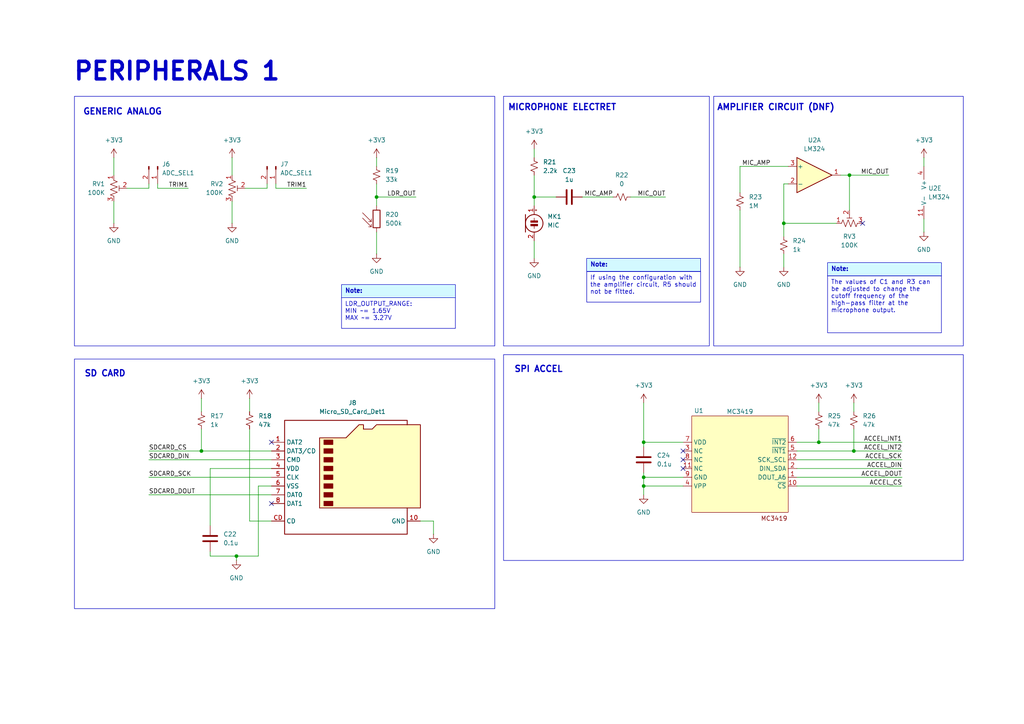
<source format=kicad_sch>
(kicad_sch (version 20250114) (generator "eeschema") (generator_version "9.0")
  (paper "A4")
  (title_block (title "EcoBoard") (company "EcoEnterprise"))
  (lib_symbols
    (symbol "Amplifier_Operational:LM324" (pin_names (offset 0.127))
      (property "Reference" "U" (at 0 5.08 0))
      (property "Value" "LM324" (at 0 -5.08 0))
      (symbol "LM324_1_1"
        (polyline (pts (xy -5.08 5.08) (xy 5.08 0) (xy -5.08 -5.08) (xy -5.08 5.08)) (stroke (width 0.254)) (fill (type background)))
        (pin input line (at -7.62 2.54 0) (length 2.54) (name "+") (number "3"))
        (pin input line (at -7.62 -2.54 0) (length 2.54) (name "-") (number "2"))
        (pin output line (at 7.62 0 180) (length 2.54) (name "~") (number "1"))
      )
      (symbol "LM324_2_1"
        (polyline (pts (xy -5.08 5.08) (xy 5.08 0) (xy -5.08 -5.08) (xy -5.08 5.08)) (stroke (width 0.254)) (fill (type background)))
        (pin input line (at -7.62 2.54 0) (length 2.54) (name "+") (number "5"))
        (pin input line (at -7.62 -2.54 0) (length 2.54) (name "-") (number "6"))
        (pin output line (at 7.62 0 180) (length 2.54) (name "~") (number "7"))
      )
      (symbol "LM324_3_1"
        (polyline (pts (xy -5.08 5.08) (xy 5.08 0) (xy -5.08 -5.08) (xy -5.08 5.08)) (stroke (width 0.254)) (fill (type background)))
        (pin input line (at -7.62 2.54 0) (length 2.54) (name "+") (number "10"))
        (pin input line (at -7.62 -2.54 0) (length 2.54) (name "-") (number "9"))
        (pin output line (at 7.62 0 180) (length 2.54) (name "~") (number "8"))
      )
      (symbol "LM324_4_1"
        (polyline (pts (xy -5.08 5.08) (xy 5.08 0) (xy -5.08 -5.08) (xy -5.08 5.08)) (stroke (width 0.254)) (fill (type background)))
        (pin input line (at -7.62 2.54 0) (length 2.54) (name "+") (number "12"))
        (pin input line (at -7.62 -2.54 0) (length 2.54) (name "-") (number "13"))
        (pin output line (at 7.62 0 180) (length 2.54) (name "~") (number "14"))
      )
      (symbol "LM324_5_1"
        (pin power_in line (at -2.54 7.62 270) (length 3.81) (name "V+") (number "4"))
        (pin power_in line (at -2.54 -7.62 90) (length 3.81) (name "V-") (number "11"))
      )
    )
    (symbol "Connector:Conn_01x02_Pin" (pin_names (offset 1.016) (hide yes))
      (property "Reference" "J" (at 0 2.54 0))
      (property "Value" "Conn_01x02_Pin" (at 0 -5.08 0))
      (symbol "Conn_01x02_Pin_1_1"
        (rectangle (start 0.8636 0.127) (end 0 -0.127) (stroke (width 0.1524)) (fill (type outline)))
        (rectangle (start 0.8636 -2.413) (end 0 -2.667) (stroke (width 0.1524)) (fill (type outline)))
        (polyline (pts (xy 1.27 0) (xy 0.8636 0)) (stroke (width 0.1524)))
        (polyline (pts (xy 1.27 -2.54) (xy 0.8636 -2.54)) (stroke (width 0.1524)))
        (pin passive line (at 5.08 0 180) (length 3.81) (name "Pin_1") (number "1"))
        (pin passive line (at 5.08 -2.54 180) (length 3.81) (name "Pin_2") (number "2"))
      )
    )
    (symbol "Connector:Micro_SD_Card_Det1"
      (property "Reference" "J3" (at 0.635 21.59 0))
      (property "Value" "Micro_SD_Card_Det1" (at 0.635 19.05 0))
      (symbol "Micro_SD_Card_Det1_0_1"
        (polyline (pts (xy -8.89 -8.89) (xy -8.89 11.43) (xy -1.27 11.43) (xy 2.54 15.24) (xy 3.81 15.24) (xy 3.81 13.97) (xy 6.35 13.97) (xy 7.62 15.24) (xy 20.32 15.24) (xy 20.32 -8.89) (xy -8.89 -8.89)) (stroke (width 0.254)) (fill (type background)))
        (rectangle (start -7.62 10.795) (end -5.08 9.525) (stroke (width 0.254)) (fill (type outline)))
        (rectangle (start -7.62 8.255) (end -5.08 6.985) (stroke (width 0.254)) (fill (type outline)))
        (rectangle (start -7.62 5.715) (end -5.08 4.445) (stroke (width 0.254)) (fill (type outline)))
        (rectangle (start -7.62 3.175) (end -5.08 1.905) (stroke (width 0.254)) (fill (type outline)))
        (rectangle (start -7.62 0.635) (end -5.08 -0.635) (stroke (width 0.254)) (fill (type outline)))
        (rectangle (start -7.62 -1.905) (end -5.08 -3.175) (stroke (width 0.254)) (fill (type outline)))
        (rectangle (start -7.62 -4.445) (end -5.08 -5.715) (stroke (width 0.254)) (fill (type outline)))
        (rectangle (start -7.62 -6.985) (end -5.08 -8.255) (stroke (width 0.254)) (fill (type outline)))
        (polyline (pts (xy 16.51 15.24) (xy 16.51 16.51) (xy -19.05 16.51) (xy -19.05 -16.51) (xy 16.51 -16.51) (xy 16.51 -8.89)) (stroke (width 0.254)))
      )
      (symbol "Micro_SD_Card_Det1_1_1"
        (pin bidirectional line (at -22.86 10.16 0) (length 3.81) (name "DAT2") (number "1"))
        (pin bidirectional line (at -22.86 7.62 0) (length 3.81) (name "DAT3/CD") (number "2"))
        (pin input line (at -22.86 5.08 0) (length 3.81) (name "CMD") (number "3"))
        (pin power_in line (at -22.86 2.54 0) (length 3.81) (name "VDD") (number "4"))
        (pin input line (at -22.86 0 0) (length 3.81) (name "CLK") (number "5"))
        (pin power_in line (at -22.86 -2.54 0) (length 3.81) (name "VSS") (number "6"))
        (pin bidirectional line (at -22.86 -5.08 0) (length 3.81) (name "DAT0") (number "7"))
        (pin bidirectional line (at -22.86 -7.62 0) (length 3.81) (name "DAT1") (number "8"))
        (pin passive line (at -22.86 -12.7 0) (length 3.81) (name "CD") (number "CD"))
        (pin passive line (at 20.32 -12.7 180) (length 3.81) (name "GND") (number "10"))
      )
    )
    (symbol "Device:C" (pin_numbers (hide yes)) (pin_names (offset 0.254))
      (property "Reference" "C" (at 0.635 2.54 0))
      (property "Value" "C" (at 0.635 -2.54 0))
      (symbol "C_0_1"
        (polyline (pts (xy -2.032 0.762) (xy 2.032 0.762)) (stroke (width 0.508)))
        (polyline (pts (xy -2.032 -0.762) (xy 2.032 -0.762)) (stroke (width 0.508)))
      )
      (symbol "C_1_1"
        (pin passive line (at 0 3.81 270) (length 2.794) (name "~") (number "1"))
        (pin passive line (at 0 -3.81 90) (length 2.794) (name "~") (number "2"))
      )
    )
    (symbol "Device:R_Potentiometer_Trim_US" (pin_names (offset 1.016) (hide yes))
      (property "Reference" "RV" (at -4.445 0 90))
      (property "Value" "R_Potentiometer_Trim_US" (at -2.54 0 90))
      (symbol "R_Potentiometer_Trim_US_0_1"
        (polyline (pts (xy 0 2.286) (xy 0 2.54)))
        (polyline (pts (xy 0 2.286) (xy 1.016 1.905) (xy 0 1.524) (xy -1.016 1.143) (xy 0 0.762)))
        (polyline (pts (xy 0 0.762) (xy 1.016 0.381) (xy 0 0) (xy -1.016 -0.381) (xy 0 -0.762)))
        (polyline (pts (xy 0 -0.762) (xy 1.016 -1.143) (xy 0 -1.524) (xy -1.016 -1.905) (xy 0 -2.286)))
        (polyline (pts (xy 0 -2.286) (xy 0 -2.54)))
        (polyline (pts (xy 1.524 0.762) (xy 1.524 -0.762)))
        (polyline (pts (xy 2.54 0) (xy 1.524 0)))
      )
      (symbol "R_Potentiometer_Trim_US_1_1"
        (pin passive line (at 0 3.81 270) (length 1.27) (name "1") (number "1"))
        (pin passive line (at 0 -3.81 90) (length 1.27) (name "3") (number "3"))
        (pin passive line (at 3.81 0 180) (length 1.27) (name "2") (number "2"))
      )
    )
    (symbol "Device:R_Small_US" (pin_numbers (hide yes)) (pin_names (offset 0.254) (hide yes))
      (property "Reference" "R" (at 0.762 0.508 0))
      (property "Value" "R_Small_US" (at 0.762 -1.016 0))
      (symbol "R_Small_US_1_1"
        (polyline (pts (xy 0 1.524) (xy 1.016 1.143) (xy 0 0.762) (xy -1.016 0.381) (xy 0 0)))
        (polyline (pts (xy 0 0) (xy 1.016 -0.381) (xy 0 -0.762) (xy -1.016 -1.143) (xy 0 -1.524)))
        (pin passive line (at 0 2.54 270) (length 1.016) (name "~") (number "1"))
        (pin passive line (at 0 -2.54 90) (length 1.016) (name "~") (number "2"))
      )
    )
    (symbol "EcoDevkit:Microphone_Condenser" (pin_names (offset 0.0254) (hide yes))
      (property "Reference" "MK2" (at 3.81 1.9686 0))
      (property "Value" "Microphone_Condenser" (at 3.81 -0.5714 0))
      (symbol "Microphone_Condenser_0_1"
        (polyline (pts (xy -2.54 2.54) (xy -2.54 -2.54)) (stroke (width 0.254)))
        (polyline (pts (xy 0 0.762) (xy 0 1.524)))
        (circle (center 0 0) (radius 2.54) (stroke (width 0.254)))
        (polyline (pts (xy 0 -0.762) (xy 0 -1.524)))
        (polyline (pts (xy 0.254 3.81) (xy 0.762 3.81)))
        (polyline (pts (xy 0.508 4.064) (xy 0.508 3.556)))
        (rectangle (start 1.016 0.762) (end -1.016 0.254) (fill (type outline)))
        (rectangle (start 1.016 -0.254) (end -1.016 -0.762) (fill (type outline)))
      )
      (symbol "Microphone_Condenser_1_1"
        (pin passive line (at 0 5.08 270) (length 2.54) (name "+") (number "1"))
        (pin passive line (at 0 -5.08 90) (length 2.54) (name "-") (number "2"))
      )
    )
    (symbol "Sensor_Optical:LDR07" (pin_numbers (hide yes)) (pin_names (offset 0))
      (property "Reference" "R" (at -5.08 0 90))
      (property "Value" "LDR07" (at 1.905 0 90))
      (symbol "LDR07_0_1"
        (polyline (pts (xy -1.524 -0.762) (xy -4.064 1.778)))
        (polyline (pts (xy -1.524 -0.762) (xy -2.286 -0.762)))
        (polyline (pts (xy -1.524 -0.762) (xy -1.524 0)))
        (polyline (pts (xy -1.524 -2.286) (xy -4.064 0.254)))
        (polyline (pts (xy -1.524 -2.286) (xy -2.286 -2.286)))
        (polyline (pts (xy -1.524 -2.286) (xy -1.524 -1.524)))
        (rectangle (start -1.016 2.54) (end 1.016 -2.54) (stroke (width 0.254)))
      )
      (symbol "LDR07_1_1"
        (pin passive line (at 0 3.81 270) (length 1.27) (name "~") (number "1"))
        (pin passive line (at 0 -3.81 90) (length 1.27) (name "~") (number "2"))
      )
    )
    (symbol "peripherals_eco_devkit:MC3419"
      (property "Reference" "U2" (at -11.938 15.494 0))
      (property "Value" "~" (at 0 15.24 0))
      (symbol "MC3419_1_1"
        (rectangle (start -13.97 13.97) (end 13.97 -13.97) (fill (type background)))
        (text "MC3419" (at 9.906 -15.748 0) (effects (font (size 1.27 1.27))))
        (pin power_in line (at -16.51 6.35 0) (length 2.54) (name "VDD") (number "7"))
        (pin bidirectional line (at -16.51 3.81 0) (length 2.54) (name "NC") (number "3"))
        (pin bidirectional line (at -16.51 1.27 0) (length 2.54) (name "NC") (number "8"))
        (pin bidirectional line (at -16.51 -1.27 0) (length 2.54) (name "NC") (number "11"))
        (pin power_out line (at -16.51 -3.81 0) (length 2.54) (name "GND") (number "9"))
        (pin power_out line (at -16.51 -6.35 0) (length 2.54) (name "VPP") (number "4"))
        (pin output line (at 16.51 6.35 180) (length 2.54) (name "~{INT2}") (number "6"))
        (pin output line (at 16.51 3.81 180) (length 2.54) (name "~{INT1}") (number "5"))
        (pin input line (at 16.51 1.27 180) (length 2.54) (name "SCK_SCL") (number "12"))
        (pin input line (at 16.51 -1.27 180) (length 2.54) (name "DIN_SDA") (number "2"))
        (pin output line (at 16.51 -3.81 180) (length 2.54) (name "DOUT_A6") (number "1"))
        (pin input line (at 16.51 -6.35 180) (length 2.54) (name "~{CS}") (number "10"))
      )
    )
    (symbol "power:+3V3" (power) (pin_numbers (hide yes)) (pin_names (offset 0) (hide yes))
      (property "Value" "+3V3" (at 0 3.556 0))
      (symbol "+3V3_0_1"
        (polyline (pts (xy -0.762 1.27) (xy 0 2.54)))
        (polyline (pts (xy 0 2.54) (xy 0.762 1.27)))
        (polyline (pts (xy 0 0) (xy 0 2.54)))
      )
      (symbol "+3V3_1_1"
        (pin power_in line (at 0 0 90) (length 0) (name "~") (number "1"))
      )
    )
    (symbol "power:GND" (power) (pin_numbers (hide yes)) (pin_names (offset 0) (hide yes))
      (property "Value" "GND" (at 0 -3.81 0))
      (symbol "GND_0_1"
        (polyline (pts (xy 0 0) (xy 0 -1.27) (xy 1.27 -1.27) (xy 0 -2.54) (xy -1.27 -1.27) (xy 0 -1.27)))
      )
      (symbol "GND_1_1"
        (pin power_in line (at 0 0 270) (length 0) (name "~") (number "1"))
      )
    )
  )
  (rectangle (start 146.05 27.94) (end 205.74 100.33))
  (rectangle (start 21.59 104.14) (end 143.51 176.53))
  (rectangle (start 21.59 27.94) (end 143.51 100.33))
  (rectangle (start 146.05 102.87) (end 279.4 162.56))
  (rectangle (start 207.01 27.94) (end 279.4 100.33))
  (text "AMPLIFIER CIRCUIT (DNF)" (at 225.044 31.242 0) (effects (font (size 1.778 1.778) (thickness 0.3556) (bold yes))))
  (text "GENERIC ANALOG" (at 35.56 32.512 0) (effects (font (size 1.778 1.778) (thickness 0.3556) (bold yes))))
  (text "SD CARD" (at 30.48 108.458 0) (effects (font (size 1.778 1.778) (thickness 0.3556) (bold yes))))
  (text "MICROPHONE ELECTRET" (at 163.068 31.242 0) (effects (font (size 1.778 1.778) (thickness 0.3556) (bold yes))))
  (text "SPI ACCEL" (at 156.21 107.188 0) (effects (font (size 1.778 1.778) (thickness 0.3556) (bold yes))))
  (text "PERIPHERALS 1" (at 51.308 20.828 0) (effects (font (size 5.08 5.08) (thickness 1.016) (bold yes))))
  (text_box "Note:" (at 240.03 76.2 0) (size 33.02 3.81) (margins 0.9525 0.9525 0.9525 0.9525) (fill (type color) (color 211 249 255 1)) (effects (font (size 1.27 1.27) (thickness 0.254) (bold yes)) (justify left top)))
  (text_box "The values of C1 and R3 can be adjusted to change the cutoff frequency of the high-pass filter at the microphone output." (at 240.03 80.01 0) (size 33.02 16.51) (margins 0.9525 0.9525 0.9525 0.9525) (effects (font (size 1.27 1.27)) (justify left top)))
  (text_box "Note:" (at 99.06 82.55 0) (size 33.02 3.81) (margins 0.9525 0.9525 0.9525 0.9525) (fill (type color) (color 211 249 255 1)) (effects (font (size 1.27 1.27) (thickness 0.254) (bold yes)) (justify left top)))
  (text_box "If using the configuration with the amplifier circuit, R5 should not be fitted." (at 170.18 78.74 0) (size 33.02 8.89) (margins 0.9525 0.9525 0.9525 0.9525) (effects (font (size 1.27 1.27)) (justify left top)))
  (text_box "Note:" (at 170.18 74.93 0) (size 33.02 3.81) (margins 0.9525 0.9525 0.9525 0.9525) (fill (type color) (color 211 249 255 1)) (effects (font (size 1.27 1.27) (thickness 0.254) (bold yes)) (justify left top)))
  (text_box "LDR_OUTPUT_RANGE:\nMIN ~= 1.65V\nMAX ~= 3.27V" (at 99.06 86.36 0) (size 33.02 8.89) (margins 0.9525 0.9525 0.9525 0.9525) (effects (font (size 1.27 1.27)) (justify left top)))
  (junction (at 109.22 57.15))
  (junction (at 237.49 128.27))
  (junction (at 186.69 138.43))
  (junction (at 68.58 161.29))
  (junction (at 246.38 50.8))
  (junction (at 58.42 130.81))
  (junction (at 186.69 128.27))
  (junction (at 247.65 130.81))
  (junction (at 154.94 57.15))
  (junction (at 227.33 64.77))
  (junction (at 186.69 140.97))
  (no_connect (at 78.74 146.05))
  (no_connect (at 250.19 64.77))
  (no_connect (at 78.74 128.27))
  (no_connect (at 198.12 133.35))
  (no_connect (at 198.12 130.81))
  (no_connect (at 198.12 135.89))
  (wire (pts (xy 109.22 57.15) (xy 120.65 57.15)))
  (wire (pts (xy 231.14 130.81) (xy 247.65 130.81)))
  (wire (pts (xy 45.72 53.34) (xy 45.72 54.61)))
  (wire (pts (xy 237.49 128.27) (xy 237.49 124.46)))
  (wire (pts (xy 247.65 130.81) (xy 247.65 124.46)))
  (wire (pts (xy 186.69 137.16) (xy 186.69 138.43)))
  (wire (pts (xy 68.58 161.29) (xy 68.58 162.56)))
  (wire (pts (xy 72.39 151.13) (xy 78.74 151.13)))
  (wire (pts (xy 72.39 124.46) (xy 72.39 151.13)))
  (wire (pts (xy 109.22 45.72) (xy 109.22 48.26)))
  (wire (pts (xy 67.31 45.72) (xy 67.31 50.8)))
  (wire (pts (xy 67.31 58.42) (xy 67.31 64.77)))
  (wire (pts (xy 214.63 60.96) (xy 214.63 77.47)))
  (wire (pts (xy 227.33 64.77) (xy 227.33 53.34)))
  (wire (pts (xy 231.14 140.97) (xy 261.62 140.97)))
  (wire (pts (xy 154.94 43.18) (xy 154.94 45.72)))
  (wire (pts (xy 182.88 57.15) (xy 193.04 57.15)))
  (wire (pts (xy 186.69 138.43) (xy 198.12 138.43)))
  (wire (pts (xy 227.33 73.66) (xy 227.33 77.47)))
  (wire (pts (xy 214.63 55.88) (xy 214.63 48.26)))
  (wire (pts (xy 77.47 53.34) (xy 77.47 54.61)))
  (wire (pts (xy 227.33 53.34) (xy 228.6 53.34)))
  (wire (pts (xy 78.74 135.89) (xy 60.96 135.89)))
  (wire (pts (xy 154.94 57.15) (xy 154.94 59.69)))
  (wire (pts (xy 186.69 116.84) (xy 186.69 128.27)))
  (wire (pts (xy 60.96 135.89) (xy 60.96 152.4)))
  (wire (pts (xy 43.18 130.81) (xy 58.42 130.81)))
  (wire (pts (xy 267.97 45.72) (xy 267.97 48.26)))
  (wire (pts (xy 186.69 128.27) (xy 186.69 129.54)))
  (wire (pts (xy 154.94 57.15) (xy 161.29 57.15)))
  (wire (pts (xy 186.69 140.97) (xy 186.69 143.51)))
  (wire (pts (xy 68.58 161.29) (xy 60.96 161.29)))
  (wire (pts (xy 267.97 63.5) (xy 267.97 67.31)))
  (wire (pts (xy 43.18 133.35) (xy 78.74 133.35)))
  (wire (pts (xy 33.02 45.72) (xy 33.02 50.8)))
  (wire (pts (xy 154.94 69.85) (xy 154.94 74.93)))
  (wire (pts (xy 231.14 133.35) (xy 261.62 133.35)))
  (wire (pts (xy 60.96 160.02) (xy 60.96 161.29)))
  (wire (pts (xy 214.63 48.26) (xy 228.6 48.26)))
  (wire (pts (xy 237.49 128.27) (xy 261.62 128.27)))
  (wire (pts (xy 246.38 50.8) (xy 257.81 50.8)))
  (wire (pts (xy 43.18 54.61) (xy 36.83 54.61)))
  (wire (pts (xy 43.18 53.34) (xy 43.18 54.61)))
  (wire (pts (xy 247.65 130.81) (xy 261.62 130.81)))
  (wire (pts (xy 43.18 138.43) (xy 78.74 138.43)))
  (wire (pts (xy 109.22 67.31) (xy 109.22 73.66)))
  (wire (pts (xy 237.49 116.84) (xy 237.49 119.38)))
  (wire (pts (xy 58.42 130.81) (xy 78.74 130.81)))
  (wire (pts (xy 68.58 161.29) (xy 74.93 161.29)))
  (wire (pts (xy 109.22 57.15) (xy 109.22 59.69)))
  (wire (pts (xy 154.94 50.8) (xy 154.94 57.15)))
  (wire (pts (xy 58.42 124.46) (xy 58.42 130.81)))
  (wire (pts (xy 231.14 138.43) (xy 261.62 138.43)))
  (wire (pts (xy 246.38 50.8) (xy 246.38 60.96)))
  (wire (pts (xy 33.02 58.42) (xy 33.02 64.77)))
  (wire (pts (xy 231.14 128.27) (xy 237.49 128.27)))
  (wire (pts (xy 227.33 68.58) (xy 227.33 64.77)))
  (wire (pts (xy 77.47 54.61) (xy 71.12 54.61)))
  (wire (pts (xy 74.93 140.97) (xy 78.74 140.97)))
  (wire (pts (xy 168.91 57.15) (xy 177.8 57.15)))
  (wire (pts (xy 247.65 116.84) (xy 247.65 119.38)))
  (wire (pts (xy 109.22 53.34) (xy 109.22 57.15)))
  (wire (pts (xy 231.14 135.89) (xy 261.62 135.89)))
  (wire (pts (xy 72.39 115.57) (xy 72.39 119.38)))
  (wire (pts (xy 58.42 115.57) (xy 58.42 119.38)))
  (wire (pts (xy 186.69 128.27) (xy 198.12 128.27)))
  (wire (pts (xy 80.01 53.34) (xy 80.01 54.61)))
  (wire (pts (xy 43.18 143.51) (xy 78.74 143.51)))
  (wire (pts (xy 125.73 151.13) (xy 125.73 154.94)))
  (wire (pts (xy 186.69 140.97) (xy 198.12 140.97)))
  (wire (pts (xy 186.69 138.43) (xy 186.69 140.97)))
  (wire (pts (xy 121.92 151.13) (xy 125.73 151.13)))
  (wire (pts (xy 74.93 161.29) (xy 74.93 140.97)))
  (wire (pts (xy 227.33 64.77) (xy 242.57 64.77)))
  (wire (pts (xy 45.72 54.61) (xy 54.61 54.61)))
  (wire (pts (xy 80.01 54.61) (xy 88.9 54.61)))
  (wire (pts (xy 243.84 50.8) (xy 246.38 50.8)))
  (label "ACCEL_SCK" (at 261.62 133.35 180))
  (label "ACCEL_DOUT" (at 261.62 138.43 180))
  (label "MIC_OUT" (at 257.81 50.8 180))
  (label "ACCEL_CS" (at 261.62 140.97 180))
  (label "ACCEL_DIN" (at 261.62 135.89 180))
  (label "SDCARD_DOUT" (at 43.18 143.51 0))
  (label "SDCARD_CS" (at 43.18 130.81 0))
  (label "TRIM1" (at 54.61 54.61 180))
  (label "MIC_AMP" (at 177.8 57.15 180))
  (label "ACCEL_INT2" (at 261.62 130.81 180))
  (label "ACCEL_INT1" (at 261.62 128.27 180))
  (label "SDCARD_DIN" (at 43.18 133.35 0))
  (label "TRIM1" (at 88.9 54.61 180))
  (label "LDR_OUT" (at 120.65 57.15 180))
  (label "MIC_AMP" (at 223.52 48.26 180))
  (label "MIC_OUT" (at 193.04 57.15 180))
  (label "SDCARD_SCK" (at 43.18 138.43 0))
  (symbol (lib_id "Device:R_Potentiometer_Trim_US") (at 33.02 54.61 0) (unit 1)
    (property "Reference" "RV1" (at 30.48 53.3399 0) (effects (justify right)))
    (property "Value" "100K" (at 30.48 55.8799 0) (effects (justify right)))
    (property "Footprint" "EcoDevkit:TRIM_TC33X-2-203E" (effects (hide yes)))
    (property "Datasheet" "https://www.digikey.com.br/en/products/detail/bourns-inc/TC33X-2-104E/612859" (effects (hide yes)))
    (property "Description" "Trim-potentiometer, US symbol" (effects (hide yes)))
    (property "MPN" "TC33X-2-104E" (effects (hide yes)))
  )
  (symbol (lib_id "power:+3V3") (at 237.49 116.84 0) (unit 1)
    (property "Reference" "#PWR052" (effects (hide yes)))
    (property "Value" "+3V3" (at 237.49 111.76 0))
    (property "Description" "Power symbol creates a global label with name \"+3V3\"" (effects (hide yes)))
  )
  (symbol (lib_id "power:+3V3") (at 58.42 115.57 0) (unit 1)
    (property "Reference" "#PWR038" (effects (hide yes)))
    (property "Value" "+3V3" (at 58.42 110.49 0))
    (property "Description" "Power symbol creates a global label with name \"+3V3\"" (effects (hide yes)))
  )
  (symbol (lib_id "Device:R_Small_US") (at 237.49 121.92 0) (unit 1)
    (property "Reference" "R25" (at 240.03 120.6499 0) (effects (justify left)))
    (property "Value" "47k" (at 240.03 123.1899 0) (effects (justify left)))
    (property "Footprint" "Resistor_SMD:R_0402_1005Metric" (effects (hide yes)))
    (property "Datasheet" "https://www.digikey.com.br/en/products/detail/vishay-dale/CRCW040247K0FKEDC/7928388" (effects (hide yes)))
    (property "Description" "Resistor, small US symbol" (effects (hide yes)))
    (property "MPN" "CRCW040247K0FKEDC" (effects (hide yes)))
  )
  (symbol (lib_id "peripherals_eco_devkit:MC3419") (at 214.63 134.62 0) (unit 1)
    (property "Reference" "U1" (at 202.692 119.126 0))
    (property "Value" "MC3419" (at 214.63 119.38 0))
    (property "Footprint" "Package_LGA:LGA-12_2x2mm_P0.5mm" (effects (hide yes)))
    (property "Datasheet" "https://www.digikey.com.br/en/products/detail/memsic-inc/MC3419/15292803?s=N4IgTCBcDaILIGEDMAWAjATgAUgLoF8g" (effects (hide yes)))
    (property "MPN" "MC3419" (effects (hide yes)))
  )
  (symbol (lib_id "power:+3V3") (at 154.94 43.18 0) (unit 1)
    (property "Reference" "#PWR046" (effects (hide yes)))
    (property "Value" "+3V3" (at 154.94 38.1 0))
    (property "Description" "Power symbol creates a global label with name \"+3V3\"" (effects (hide yes)))
  )
  (symbol (lib_id "power:+3V3") (at 186.69 116.84 0) (unit 1)
    (property "Reference" "#PWR048" (effects (hide yes)))
    (property "Value" "+3V3" (at 186.69 111.76 0))
    (property "Description" "Power symbol creates a global label with name \"+3V3\"" (effects (hide yes)))
  )
  (symbol (lib_id "Connector:Conn_01x02_Pin") (at 80.01 48.26 270) (unit 1)
    (property "Reference" "J7" (at 81.28 47.6249 90) (effects (justify left)))
    (property "Value" "ADC_SEL1" (at 81.28 50.1649 90) (effects (justify left)))
    (property "Footprint" "Connector_PinSocket_2.54mm:PinSocket_1x02_P2.54mm_Vertical" (effects (hide yes)))
    (property "Description" "Generic connector, single row, 01x02, script generated" (effects (hide yes)))
  )
  (symbol (lib_id "Connector:Micro_SD_Card_Det1") (at 101.6 138.43 0) (unit 1)
    (property "Reference" "J8" (at 102.235 116.84 0))
    (property "Value" "Micro_SD_Card_Det1" (at 102.235 119.38 0))
    (property "Footprint" "EcoDevkit:CUI_MSD-4-A" (effects (hide yes)))
    (property "Datasheet" "https://www.digikey.com.br/en/products/detail/same-sky-formerly-cui-devices/MSD-4-A/21796808" (effects (hide yes)))
    (property "Description" "Micro SD Card Socket with one card detection pin" (effects (hide yes)))
    (property "MPN" "MSD-4-A " (effects (hide yes)))
  )
  (symbol (lib_id "power:GND") (at 186.69 143.51 0) (unit 1)
    (property "Reference" "#PWR049" (effects (hide yes)))
    (property "Value" "GND" (at 186.69 148.59 0))
    (property "Description" "Power symbol creates a global label with name \"GND\" , ground" (effects (hide yes)))
  )
  (symbol (lib_id "power:+3V3") (at 67.31 45.72 0) (unit 1)
    (property "Reference" "#PWR039" (effects (hide yes)))
    (property "Value" "+3V3" (at 67.31 40.64 0))
    (property "Description" "Power symbol creates a global label with name \"+3V3\"" (effects (hide yes)))
  )
  (symbol (lib_id "power:GND") (at 67.31 64.77 0) (unit 1)
    (property "Reference" "#PWR040" (effects (hide yes)))
    (property "Value" "GND" (at 67.31 69.85 0))
    (property "Description" "Power symbol creates a global label with name \"GND\" , ground" (effects (hide yes)))
  )
  (symbol (lib_id "power:+3V3") (at 247.65 116.84 0) (unit 1)
    (property "Reference" "#PWR053" (effects (hide yes)))
    (property "Value" "+3V3" (at 247.65 111.76 0))
    (property "Description" "Power symbol creates a global label with name \"+3V3\"" (effects (hide yes)))
  )
  (symbol (lib_id "Connector:Conn_01x02_Pin") (at 45.72 48.26 270) (unit 1)
    (property "Reference" "J6" (at 46.99 47.6249 90) (effects (justify left)))
    (property "Value" "ADC_SEL1" (at 46.99 50.1649 90) (effects (justify left)))
    (property "Footprint" "Connector_PinSocket_2.54mm:PinSocket_1x02_P2.54mm_Vertical" (effects (hide yes)))
    (property "Description" "Generic connector, single row, 01x02, script generated" (effects (hide yes)))
  )
  (symbol (lib_id "power:GND") (at 214.63 77.47 0) (unit 1)
    (property "Reference" "#PWR050" (effects (hide yes)))
    (property "Value" "GND" (at 214.63 82.55 0))
    (property "Description" "Power symbol creates a global label with name \"GND\" , ground" (effects (hide yes)))
  )
  (symbol (lib_id "Device:R_Small_US") (at 214.63 58.42 0) (unit 1)
    (property "Reference" "R23" (at 217.17 57.1499 0) (effects (justify left)))
    (property "Value" "1M" (at 217.17 59.6899 0) (effects (justify left)))
    (property "Footprint" "Resistor_SMD:R_0402_1005Metric" (effects (hide yes)))
    (property "Datasheet" "https://www.digikey.com.br/en/products/detail/vishay-dale/CRCW04021M00JNEDC/7928541" (effects (hide yes)))
    (property "Description" "Resistor, small US symbol" (effects (hide yes)))
    (property "MPN" "CRCW04021M00JNEDC" (effects (hide yes)))
  )
  (symbol (lib_id "Device:R_Potentiometer_Trim_US") (at 67.31 54.61 0) (unit 1)
    (property "Reference" "RV2" (at 64.77 53.3399 0) (effects (justify right)))
    (property "Value" "100K" (at 64.77 55.8799 0) (effects (justify right)))
    (property "Footprint" "EcoDevkit:TRIM_TC33X-2-203E" (effects (hide yes)))
    (property "Datasheet" "https://www.digikey.com.br/en/products/detail/bourns-inc/TC33X-2-104E/612859" (effects (hide yes)))
    (property "Description" "Trim-potentiometer, US symbol" (effects (hide yes)))
    (property "MPN" "TC33X-2-104E" (effects (hide yes)))
  )
  (symbol (lib_id "Amplifier_Operational:LM324") (at 236.22 50.8 0) (unit 1)
    (property "Reference" "U2" (at 236.22 40.64 0))
    (property "Value" "LM324" (at 236.22 43.18 0))
    (property "Footprint" "Package_SO:TSSOP-14_4.4x5mm_P0.65mm" (effects (hide yes)))
    (property "Datasheet" "https://www.digikey.com.br/en/products/detail/texas-instruments/LM324BIPWR/16893916" (effects (hide yes)))
    (property "Description" "Low-Power, Quad-Operational Amplifiers, DIP-14/SOIC-14/SSOP-14" (effects (hide yes)))
    (property "MPN" "LM324BIPWR" (effects (hide yes)))
  )
  (symbol (lib_id "power:GND") (at 154.94 74.93 0) (unit 1)
    (property "Reference" "#PWR047" (effects (hide yes)))
    (property "Value" "GND" (at 154.94 80.01 0))
    (property "Description" "Power symbol creates a global label with name \"GND\" , ground" (effects (hide yes)))
  )
  (symbol (lib_id "Device:R_Small_US") (at 72.39 121.92 0) (unit 1)
    (property "Reference" "R18" (at 74.93 120.6499 0) (effects (justify left)))
    (property "Value" "47k" (at 74.93 123.1899 0) (effects (justify left)))
    (property "Footprint" "Resistor_SMD:R_0402_1005Metric" (effects (hide yes)))
    (property "Datasheet" "https://www.digikey.com.br/en/products/detail/vishay-dale/CRCW040247K0FKEDC/7928388" (effects (hide yes)))
    (property "Description" "Resistor, small US symbol" (effects (hide yes)))
    (property "MPN" "CRCW040247K0FKEDC" (effects (hide yes)))
  )
  (symbol (lib_id "power:GND") (at 109.22 73.66 0) (unit 1)
    (property "Reference" "#PWR044" (effects (hide yes)))
    (property "Value" "GND" (at 109.22 78.74 0))
    (property "Description" "Power symbol creates a global label with name \"GND\" , ground" (effects (hide yes)))
  )
  (symbol (lib_id "power:+3V3") (at 109.22 45.72 0) (unit 1)
    (property "Reference" "#PWR043" (effects (hide yes)))
    (property "Value" "+3V3" (at 109.22 40.64 0))
    (property "Description" "Power symbol creates a global label with name \"+3V3\"" (effects (hide yes)))
  )
  (symbol (lib_id "power:+3V3") (at 72.39 115.57 0) (unit 1)
    (property "Reference" "#PWR042" (effects (hide yes)))
    (property "Value" "+3V3" (at 72.39 110.49 0))
    (property "Description" "Power symbol creates a global label with name \"+3V3\"" (effects (hide yes)))
  )
  (symbol (lib_id "Device:R_Small_US") (at 247.65 121.92 0) (unit 1)
    (property "Reference" "R26" (at 250.19 120.6499 0) (effects (justify left)))
    (property "Value" "47k" (at 250.19 123.1899 0) (effects (justify left)))
    (property "Footprint" "Resistor_SMD:R_0402_1005Metric" (effects (hide yes)))
    (property "Datasheet" "https://www.digikey.com.br/en/products/detail/vishay-dale/CRCW040247K0FKEDC/7928388" (effects (hide yes)))
    (property "Description" "Resistor, small US symbol" (effects (hide yes)))
    (property "MPN" "CRCW040247K0FKEDC" (effects (hide yes)))
  )
  (symbol (lib_id "power:GND") (at 33.02 64.77 0) (unit 1)
    (property "Reference" "#PWR037" (effects (hide yes)))
    (property "Value" "GND" (at 33.02 69.85 0))
    (property "Description" "Power symbol creates a global label with name \"GND\" , ground" (effects (hide yes)))
  )
  (symbol (lib_id "Device:C") (at 186.69 133.35 180) (unit 1)
    (property "Reference" "C24" (at 190.5 132.0799 0) (effects (justify right)))
    (property "Value" "0.1u" (at 190.5 134.6199 0) (effects (justify right)))
    (property "Footprint" "Capacitor_SMD:C_0402_1005Metric" (effects (hide yes)))
    (property "Description" "Unpolarized capacitor" (effects (hide yes)))
  )
  (symbol (lib_id "power:+3V3") (at 33.02 45.72 0) (unit 1)
    (property "Reference" "#PWR036" (effects (hide yes)))
    (property "Value" "+3V3" (at 33.02 40.64 0))
    (property "Description" "Power symbol creates a global label with name \"+3V3\"" (effects (hide yes)))
  )
  (symbol (lib_id "Sensor_Optical:LDR07") (at 109.22 63.5 0) (unit 1)
    (property "Reference" "R20" (at 111.76 62.2299 0) (effects (justify left)))
    (property "Value" "500k" (at 111.76 64.7699 0) (effects (justify left)))
    (property "Footprint" "OptoDevice:R_LDR_5.1x4.3mm_P3.4mm_Vertical" (effects (hide yes)))
    (property "Datasheet" "https://www.digikey.com.br/en/products/detail/advanced-photonix/PDV-P8103/480610" (effects (hide yes)))
    (property "Description" "light dependent resistor" (effects (hide yes)))
    (property "MPN" "PDV-P8103 " (effects (hide yes)))
  )
  (symbol (lib_id "Device:R_Small_US") (at 180.34 57.15 90) (unit 1)
    (property "Reference" "R22" (at 180.34 50.8 90))
    (property "Value" "0" (at 180.34 53.34 90))
    (property "Footprint" "Resistor_SMD:R_0402_1005Metric" (effects (hide yes)))
    (property "Description" "Resistor, small US symbol" (effects (hide yes)))
  )
  (symbol (lib_id "power:GND") (at 125.73 154.94 0) (unit 1)
    (property "Reference" "#PWR045" (effects (hide yes)))
    (property "Value" "GND" (at 125.73 160.02 0))
    (property "Description" "Power symbol creates a global label with name \"GND\" , ground" (effects (hide yes)))
  )
  (symbol (lib_id "Device:C") (at 165.1 57.15 90) (unit 1)
    (property "Reference" "C23" (at 165.1 49.53 90))
    (property "Value" "1u" (at 165.1 52.07 90))
    (property "Footprint" "Capacitor_SMD:C_0402_1005Metric" (effects (hide yes)))
    (property "Description" "Unpolarized capacitor" (effects (hide yes)))
  )
  (symbol (lib_id "power:GND") (at 267.97 67.31 0) (unit 1)
    (property "Reference" "#PWR055" (effects (hide yes)))
    (property "Value" "GND" (at 267.97 72.39 0))
    (property "Description" "Power symbol creates a global label with name \"GND\" , ground" (effects (hide yes)))
  )
  (symbol (lib_id "Device:R_Potentiometer_Trim_US") (at 246.38 64.77 90) (unit 1)
    (property "Reference" "RV3" (at 246.38 68.58 90))
    (property "Value" "100K" (at 246.38 71.12 90))
    (property "Footprint" "EcoDevkit:TRIM_TC33X-2-203E" (effects (hide yes)))
    (property "Datasheet" "https://www.digikey.com.br/en/products/detail/bourns-inc/TC33X-2-104E/612859" (effects (hide yes)))
    (property "Description" "Trim-potentiometer, US symbol" (effects (hide yes)))
    (property "MPN" "TC33X-2-104E" (effects (hide yes)))
  )
  (symbol (lib_id "Device:R_Small_US") (at 227.33 71.12 0) (unit 1)
    (property "Reference" "R24" (at 229.87 69.8499 0) (effects (justify left)))
    (property "Value" "1k" (at 229.87 72.3899 0) (effects (justify left)))
    (property "Footprint" "Resistor_SMD:R_0402_1005Metric" (effects (hide yes)))
    (property "Datasheet" "https://www.digikey.com.br/en/products/detail/vishay-dale/CRCW04021K00FKED/1178007" (effects (hide yes)))
    (property "Description" "Resistor, small US symbol" (effects (hide yes)))
    (property "MPN" "CRCW04021K00FKED" (effects (hide yes)))
  )
  (symbol (lib_id "Device:R_Small_US") (at 154.94 48.26 0) (unit 1)
    (property "Reference" "R21" (at 157.48 46.9899 0) (effects (justify left)))
    (property "Value" "2.2k" (at 157.48 49.5299 0) (effects (justify left)))
    (property "Footprint" "Resistor_SMD:R_0402_1005Metric" (effects (hide yes)))
    (property "Datasheet" "https://www.digikey.com.br/en/products/detail/vishay-dale/CRCW04022K20FKED/1178043" (effects (hide yes)))
    (property "Description" "Resistor, small US symbol" (effects (hide yes)))
    (property "MPN" "CRCW04022K20FKED" (effects (hide yes)))
  )
  (symbol (lib_id "power:GND") (at 227.33 77.47 0) (unit 1)
    (property "Reference" "#PWR051" (effects (hide yes)))
    (property "Value" "GND" (at 227.33 82.55 0))
    (property "Description" "Power symbol creates a global label with name \"GND\" , ground" (effects (hide yes)))
  )
  (symbol (lib_id "Amplifier_Operational:LM324") (at 270.51 55.88 0) (unit 5)
    (property "Reference" "U2" (at 269.24 54.6099 0) (effects (justify left)))
    (property "Value" "LM324" (at 269.24 57.1499 0) (effects (justify left)))
    (property "Footprint" "Package_SO:TSSOP-14_4.4x5mm_P0.65mm" (effects (hide yes)))
    (property "Datasheet" "https://www.digikey.com.br/en/products/detail/texas-instruments/LM324BIPWR/16893916" (effects (hide yes)))
    (property "Description" "Low-Power, Quad-Operational Amplifiers, DIP-14/SOIC-14/SSOP-14" (effects (hide yes)))
    (property "MPN" "LM324BIPWR" (effects (hide yes)))
  )
  (symbol (lib_id "EcoDevkit:Microphone_Condenser") (at 154.94 64.77 0) (unit 1)
    (property "Reference" "MK1" (at 158.75 62.8014 0) (effects (justify left)))
    (property "Value" "MIC" (at 158.75 65.3414 0) (effects (justify left)))
    (property "Footprint" "EcoDevkit:MIC_CMEJ-0415-42-P" (effects (hide yes)))
    (property "Datasheet" "https://www.digikey.com.br/en/products/detail/same-sky-formerly-cui-devices/CMEJ-0415-42-P/10253451?s=N4IgTCBcDaIMIFkCiApAtABgCwEYCsaWYaACiALoC%2BQA" (effects (hide yes)))
    (property "Description" "Condenser microphone" (effects (hide yes)))
    (property "MPN" "CMEJ-0415-42-P" (effects (hide yes)))
  )
  (symbol (lib_id "power:+3V3") (at 267.97 45.72 0) (unit 1)
    (property "Reference" "#PWR054" (effects (hide yes)))
    (property "Value" "+3V3" (at 267.97 40.64 0))
    (property "Description" "Power symbol creates a global label with name \"+3V3\"" (effects (hide yes)))
  )
  (symbol (lib_id "Device:C") (at 60.96 156.21 180) (unit 1)
    (property "Reference" "C22" (at 64.77 154.9399 0) (effects (justify right)))
    (property "Value" "0.1u" (at 64.77 157.4799 0) (effects (justify right)))
    (property "Footprint" "Capacitor_SMD:C_0402_1005Metric" (effects (hide yes)))
    (property "Description" "Unpolarized capacitor" (effects (hide yes)))
  )
  (symbol (lib_id "Device:R_Small_US") (at 58.42 121.92 0) (unit 1)
    (property "Reference" "R17" (at 60.96 120.6499 0) (effects (justify left)))
    (property "Value" "1k" (at 60.96 123.1899 0) (effects (justify left)))
    (property "Footprint" "Resistor_SMD:R_0402_1005Metric" (effects (hide yes)))
    (property "Datasheet" "https://www.digikey.com.br/en/products/detail/vishay-dale/CRCW04021K00FKED/1178007" (effects (hide yes)))
    (property "Description" "Resistor, small US symbol" (effects (hide yes)))
    (property "MPN" "CRCW04021K00FKED" (effects (hide yes)))
  )
  (symbol (lib_id "Device:R_Small_US") (at 109.22 50.8 0) (unit 1)
    (property "Reference" "R19" (at 111.76 49.5299 0) (effects (justify left)))
    (property "Value" "33k" (at 111.76 52.0699 0) (effects (justify left)))
    (property "Footprint" "Resistor_SMD:R_0402_1005Metric" (effects (hide yes)))
    (property "Datasheet" "https://www.digikey.com.br/en/products/detail/vishay-dale/CRCW040233K0FKEDC/7928423" (effects (hide yes)))
    (property "Description" "Resistor, small US symbol" (effects (hide yes)))
    (property "MPN" "CRCW040233K0FKEDC" (effects (hide yes)))
  )
  (symbol (lib_id "power:GND") (at 68.58 162.56 0) (unit 1)
    (property "Reference" "#PWR041" (effects (hide yes)))
    (property "Value" "GND" (at 68.58 167.64 0))
    (property "Description" "Power symbol creates a global label with name \"GND\" , ground" (effects (hide yes)))
  )
)
</source>
